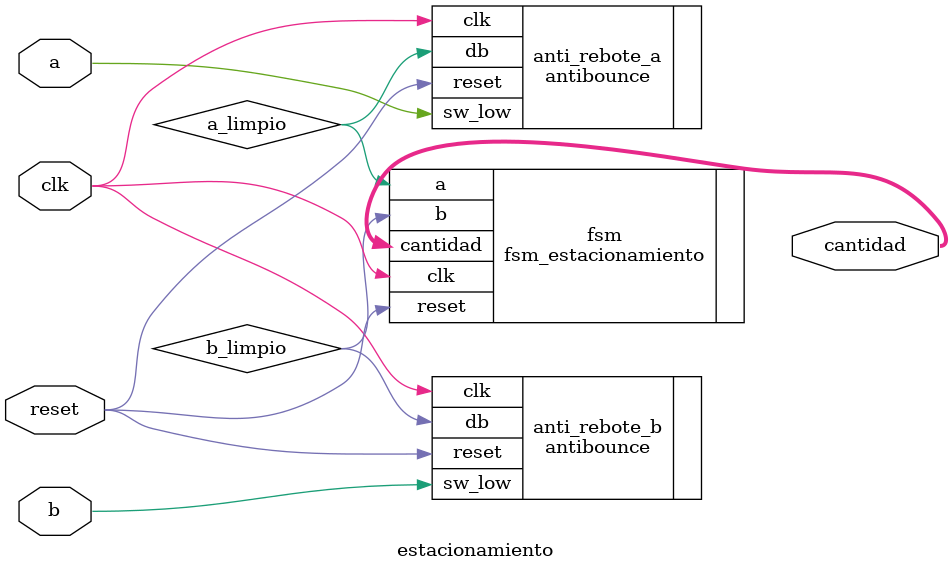
<source format=v>
module estacionamiento(
    input wire clk,
    input wire reset,
    input wire a, // Sensor A (entrada de autos)
    input wire b, // Sensor B (salida de autos)
    output wire [2:0] cantidad // Contador de autos
);
    // Registros y cables internos
    wire a_limpio, b_limpio;           // Señales de sensores sin rebote
    antibounce anti_rebote_a(
        .clk(clk),
        .reset(reset),
        .sw_low(a),         // Sensor A activo bajo
        .db(a_limpio)       // Salida sin rebote activo alto
    );

    antibounce anti_rebote_b(
        .clk(clk),
        .reset(reset),
        .sw_low(b),         // Sensor B activo bajo
        .db(b_limpio)       // Salida sin rebote activo alto
    );

    // Instancia de la máquina de estados
    fsm_estacionamiento fsm (
        .clk(clk),
        .reset(reset),
        .a(a_limpio),
        .b(b_limpio),
        .cantidad(cantidad) // Salida del contador de autos
    );


endmodule
</source>
